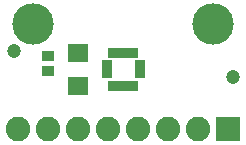
<source format=gbr>
G04 EAGLE Gerber RS-274X export*
G75*
%MOMM*%
%FSLAX34Y34*%
%LPD*%
%INSoldermask Top*%
%IPPOS*%
%AMOC8*
5,1,8,0,0,1.08239X$1,22.5*%
G01*
%ADD10R,1.103200X0.903200*%
%ADD11R,2.082800X2.082800*%
%ADD12C,2.082800*%
%ADD13R,0.483200X0.903200*%
%ADD14R,0.903200X0.483200*%
%ADD15R,1.803200X1.603200*%
%ADD16C,3.505200*%
%ADD17C,1.203200*%


D10*
X38100Y75080D03*
X38100Y62080D03*
D11*
X190500Y12700D03*
D12*
X165100Y12700D03*
X139700Y12700D03*
X114300Y12700D03*
X88900Y12700D03*
X63500Y12700D03*
X38100Y12700D03*
X12700Y12700D03*
D13*
X106600Y77500D03*
X111600Y77500D03*
X101600Y77500D03*
X96600Y77500D03*
X91600Y77500D03*
X96600Y49500D03*
X91600Y49500D03*
X101600Y49500D03*
X106600Y49500D03*
X111600Y49500D03*
D14*
X87600Y68500D03*
X87600Y63500D03*
X87600Y58500D03*
X115600Y58500D03*
X115600Y63500D03*
X115600Y68500D03*
D15*
X63500Y49500D03*
X63500Y77500D03*
D16*
X25400Y101600D03*
X177800Y101600D03*
D17*
X8890Y78740D03*
X194310Y57150D03*
M02*

</source>
